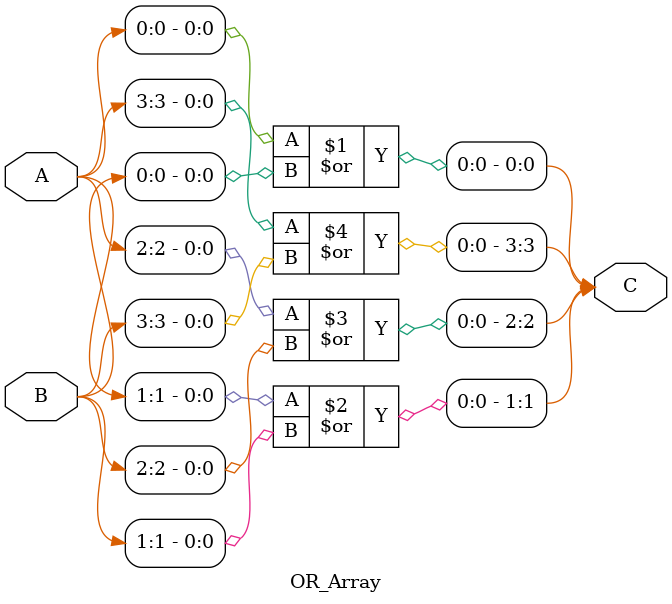
<source format=v>
module OR_Array(A,B,C);
input [3:0]A,B;
output [3:0]C;
assign C[0]=A[0]|B[0];
assign C[1]=A[1]|B[1];
assign C[2]=A[2]|B[2];
assign C[3]=A[3]|B[3];
endmodule 
</source>
